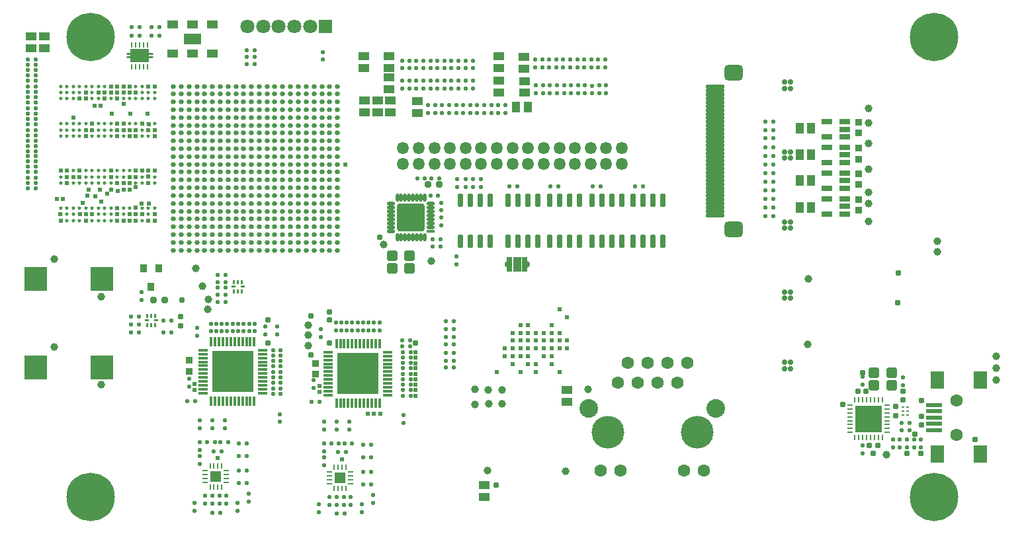
<source format=gts>
G04*
G04 #@! TF.GenerationSoftware,Altium Limited,Altium Designer,20.2.6 (244)*
G04*
G04 Layer_Color=8388736*
%FSLAX23Y23*%
%MOIN*%
G70*
G04*
G04 #@! TF.SameCoordinates,73FAD0BF-AACC-46A3-90AC-D22ED7FD95C1*
G04*
G04*
G04 #@! TF.FilePolarity,Negative*
G04*
G01*
G75*
G04:AMPARAMS|DCode=17|XSize=18mil|YSize=94mil|CornerRadius=6mil|HoleSize=0mil|Usage=FLASHONLY|Rotation=90.000|XOffset=0mil|YOffset=0mil|HoleType=Round|Shape=RoundedRectangle|*
%AMROUNDEDRECTD17*
21,1,0.018,0.081,0,0,90.0*
21,1,0.005,0.094,0,0,90.0*
1,1,0.013,0.041,0.003*
1,1,0.013,0.041,-0.003*
1,1,0.013,-0.041,-0.003*
1,1,0.013,-0.041,0.003*
%
%ADD17ROUNDEDRECTD17*%
G04:AMPARAMS|DCode=18|XSize=79mil|YSize=94mil|CornerRadius=22mil|HoleSize=0mil|Usage=FLASHONLY|Rotation=90.000|XOffset=0mil|YOffset=0mil|HoleType=Round|Shape=RoundedRectangle|*
%AMROUNDEDRECTD18*
21,1,0.079,0.051,0,0,90.0*
21,1,0.035,0.094,0,0,90.0*
1,1,0.043,0.026,0.018*
1,1,0.043,0.026,-0.018*
1,1,0.043,-0.026,-0.018*
1,1,0.043,-0.026,0.018*
%
%ADD18ROUNDEDRECTD18*%
%ADD19R,0.071X0.087*%
%ADD20R,0.079X0.020*%
G04:AMPARAMS|DCode=21|XSize=21mil|YSize=10mil|CornerRadius=1mil|HoleSize=0mil|Usage=FLASHONLY|Rotation=0.000|XOffset=0mil|YOffset=0mil|HoleType=Round|Shape=RoundedRectangle|*
%AMROUNDEDRECTD21*
21,1,0.021,0.007,0,0,0.0*
21,1,0.018,0.010,0,0,0.0*
1,1,0.003,0.009,-0.003*
1,1,0.003,-0.009,-0.003*
1,1,0.003,-0.009,0.003*
1,1,0.003,0.009,0.003*
%
%ADD21ROUNDEDRECTD21*%
G04:AMPARAMS|DCode=22|XSize=21mil|YSize=10mil|CornerRadius=1mil|HoleSize=0mil|Usage=FLASHONLY|Rotation=270.000|XOffset=0mil|YOffset=0mil|HoleType=Round|Shape=RoundedRectangle|*
%AMROUNDEDRECTD22*
21,1,0.021,0.007,0,0,270.0*
21,1,0.018,0.010,0,0,270.0*
1,1,0.003,-0.003,-0.009*
1,1,0.003,-0.003,0.009*
1,1,0.003,0.003,0.009*
1,1,0.003,0.003,-0.009*
%
%ADD22ROUNDEDRECTD22*%
%ADD23R,0.038X0.032*%
%ADD24R,0.134X0.134*%
%ADD25R,0.010X0.026*%
%ADD26R,0.026X0.010*%
G04:AMPARAMS|DCode=27|XSize=23mil|YSize=19mil|CornerRadius=5mil|HoleSize=0mil|Usage=FLASHONLY|Rotation=270.000|XOffset=0mil|YOffset=0mil|HoleType=Round|Shape=RoundedRectangle|*
%AMROUNDEDRECTD27*
21,1,0.023,0.009,0,0,270.0*
21,1,0.013,0.019,0,0,270.0*
1,1,0.009,-0.005,-0.007*
1,1,0.009,-0.005,0.007*
1,1,0.009,0.005,0.007*
1,1,0.009,0.005,-0.007*
%
%ADD27ROUNDEDRECTD27*%
G04:AMPARAMS|DCode=28|XSize=55mil|YSize=55mil|CornerRadius=16mil|HoleSize=0mil|Usage=FLASHONLY|Rotation=180.000|XOffset=0mil|YOffset=0mil|HoleType=Round|Shape=RoundedRectangle|*
%AMROUNDEDRECTD28*
21,1,0.055,0.024,0,0,180.0*
21,1,0.024,0.055,0,0,180.0*
1,1,0.032,-0.012,0.012*
1,1,0.032,0.012,0.012*
1,1,0.032,0.012,-0.012*
1,1,0.032,-0.012,-0.012*
%
%ADD28ROUNDEDRECTD28*%
G04:AMPARAMS|DCode=29|XSize=23mil|YSize=19mil|CornerRadius=5mil|HoleSize=0mil|Usage=FLASHONLY|Rotation=0.000|XOffset=0mil|YOffset=0mil|HoleType=Round|Shape=RoundedRectangle|*
%AMROUNDEDRECTD29*
21,1,0.023,0.009,0,0,0.0*
21,1,0.013,0.019,0,0,0.0*
1,1,0.009,0.007,-0.005*
1,1,0.009,-0.007,-0.005*
1,1,0.009,-0.007,0.005*
1,1,0.009,0.007,0.005*
%
%ADD29ROUNDEDRECTD29*%
%ADD30R,0.012X0.008*%
%ADD31R,0.014X0.008*%
%ADD32R,0.055X0.030*%
%ADD33R,0.043X0.055*%
%ADD34R,0.116X0.120*%
%ADD35R,0.209X0.209*%
G04:AMPARAMS|DCode=36|XSize=11mil|YSize=47mil|CornerRadius=3mil|HoleSize=0mil|Usage=FLASHONLY|Rotation=0.000|XOffset=0mil|YOffset=0mil|HoleType=Round|Shape=RoundedRectangle|*
%AMROUNDEDRECTD36*
21,1,0.011,0.042,0,0,0.0*
21,1,0.006,0.047,0,0,0.0*
1,1,0.006,0.003,-0.021*
1,1,0.006,-0.003,-0.021*
1,1,0.006,-0.003,0.021*
1,1,0.006,0.003,0.021*
%
%ADD36ROUNDEDRECTD36*%
G04:AMPARAMS|DCode=37|XSize=47mil|YSize=11mil|CornerRadius=3mil|HoleSize=0mil|Usage=FLASHONLY|Rotation=0.000|XOffset=0mil|YOffset=0mil|HoleType=Round|Shape=RoundedRectangle|*
%AMROUNDEDRECTD37*
21,1,0.047,0.006,0,0,0.0*
21,1,0.042,0.011,0,0,0.0*
1,1,0.006,0.021,-0.003*
1,1,0.006,-0.021,-0.003*
1,1,0.006,-0.021,0.003*
1,1,0.006,0.021,0.003*
%
%ADD37ROUNDEDRECTD37*%
%ADD38R,0.010X0.028*%
%ADD39R,0.028X0.010*%
%ADD40R,0.057X0.057*%
%ADD41R,0.055X0.043*%
G04:AMPARAMS|DCode=42|XSize=24mil|YSize=24mil|CornerRadius=9mil|HoleSize=0mil|Usage=FLASHONLY|Rotation=0.000|XOffset=0mil|YOffset=0mil|HoleType=Round|Shape=RoundedRectangle|*
%AMROUNDEDRECTD42*
21,1,0.024,0.005,0,0,0.0*
21,1,0.005,0.024,0,0,0.0*
1,1,0.019,0.002,-0.002*
1,1,0.019,-0.002,-0.002*
1,1,0.019,-0.002,0.002*
1,1,0.019,0.002,0.002*
%
%ADD42ROUNDEDRECTD42*%
G04:AMPARAMS|DCode=43|XSize=28mil|YSize=67mil|CornerRadius=7mil|HoleSize=0mil|Usage=FLASHONLY|Rotation=180.000|XOffset=0mil|YOffset=0mil|HoleType=Round|Shape=RoundedRectangle|*
%AMROUNDEDRECTD43*
21,1,0.028,0.053,0,0,180.0*
21,1,0.014,0.067,0,0,180.0*
1,1,0.014,-0.007,0.027*
1,1,0.014,0.007,0.027*
1,1,0.014,0.007,-0.027*
1,1,0.014,-0.007,-0.027*
%
%ADD43ROUNDEDRECTD43*%
%ADD44O,0.043X0.018*%
%ADD45O,0.018X0.043*%
G04:AMPARAMS|DCode=46|XSize=142mil|YSize=142mil|CornerRadius=17mil|HoleSize=0mil|Usage=FLASHONLY|Rotation=180.000|XOffset=0mil|YOffset=0mil|HoleType=Round|Shape=RoundedRectangle|*
%AMROUNDEDRECTD46*
21,1,0.142,0.107,0,0,180.0*
21,1,0.107,0.142,0,0,180.0*
1,1,0.035,-0.054,0.054*
1,1,0.035,0.054,0.054*
1,1,0.035,0.054,-0.054*
1,1,0.035,-0.054,-0.054*
%
%ADD46ROUNDEDRECTD46*%
%ADD47R,0.043X0.018*%
G04:AMPARAMS|DCode=48|XSize=17mil|YSize=17mil|CornerRadius=7mil|HoleSize=0mil|Usage=FLASHONLY|Rotation=270.000|XOffset=0mil|YOffset=0mil|HoleType=Round|Shape=RoundedRectangle|*
%AMROUNDEDRECTD48*
21,1,0.017,0.003,0,0,270.0*
21,1,0.003,0.017,0,0,270.0*
1,1,0.013,-0.002,-0.002*
1,1,0.013,-0.002,0.002*
1,1,0.013,0.002,0.002*
1,1,0.013,0.002,-0.002*
%
%ADD48ROUNDEDRECTD48*%
%ADD49R,0.053X0.039*%
%ADD50R,0.091X0.058*%
G04:AMPARAMS|DCode=51|XSize=24mil|YSize=10mil|CornerRadius=2mil|HoleSize=0mil|Usage=FLASHONLY|Rotation=180.000|XOffset=0mil|YOffset=0mil|HoleType=Round|Shape=RoundedRectangle|*
%AMROUNDEDRECTD51*
21,1,0.024,0.005,0,0,180.0*
21,1,0.019,0.010,0,0,180.0*
1,1,0.005,-0.009,0.002*
1,1,0.005,0.009,0.002*
1,1,0.005,0.009,-0.002*
1,1,0.005,-0.009,-0.002*
%
%ADD51ROUNDEDRECTD51*%
%ADD52R,0.094X0.065*%
G04:AMPARAMS|DCode=53|XSize=24mil|YSize=9mil|CornerRadius=2mil|HoleSize=0mil|Usage=FLASHONLY|Rotation=90.000|XOffset=0mil|YOffset=0mil|HoleType=Round|Shape=RoundedRectangle|*
%AMROUNDEDRECTD53*
21,1,0.024,0.005,0,0,90.0*
21,1,0.019,0.009,0,0,90.0*
1,1,0.005,0.002,0.009*
1,1,0.005,0.002,-0.009*
1,1,0.005,-0.002,-0.009*
1,1,0.005,-0.002,0.009*
%
%ADD53ROUNDEDRECTD53*%
G04:AMPARAMS|DCode=54|XSize=31mil|YSize=31mil|CornerRadius=8mil|HoleSize=0mil|Usage=FLASHONLY|Rotation=180.000|XOffset=0mil|YOffset=0mil|HoleType=Round|Shape=RoundedRectangle|*
%AMROUNDEDRECTD54*
21,1,0.031,0.015,0,0,180.0*
21,1,0.015,0.031,0,0,180.0*
1,1,0.015,-0.008,0.008*
1,1,0.015,0.008,0.008*
1,1,0.015,0.008,-0.008*
1,1,0.015,-0.008,-0.008*
%
%ADD54ROUNDEDRECTD54*%
%ADD55R,0.033X0.039*%
%ADD56R,0.033X0.039*%
%ADD57C,0.035*%
%ADD58R,0.030X0.078*%
%ADD59R,0.040X0.078*%
%ADD60R,0.067X0.067*%
%ADD61C,0.071*%
%ADD62C,0.063*%
%ADD63C,0.165*%
%ADD64C,0.094*%
%ADD65C,0.063*%
G04:AMPARAMS|DCode=66|XSize=59mil|YSize=59mil|CornerRadius=24mil|HoleSize=0mil|Usage=FLASHONLY|Rotation=0.000|XOffset=0mil|YOffset=0mil|HoleType=Round|Shape=RoundedRectangle|*
%AMROUNDEDRECTD66*
21,1,0.059,0.010,0,0,0.0*
21,1,0.010,0.059,0,0,0.0*
1,1,0.049,0.005,-0.005*
1,1,0.049,-0.005,-0.005*
1,1,0.049,-0.005,0.005*
1,1,0.049,0.005,0.005*
%
%ADD66ROUNDEDRECTD66*%
%ADD67C,0.039*%
%ADD68C,0.244*%
%ADD69C,0.028*%
%ADD70C,0.031*%
%ADD71C,0.024*%
D17*
X3500Y1537D02*
D03*
Y1577D02*
D03*
Y1616D02*
D03*
Y1695D02*
D03*
Y1774D02*
D03*
Y1813D02*
D03*
Y1892D02*
D03*
Y1931D02*
D03*
Y2010D02*
D03*
Y2089D02*
D03*
Y1656D02*
D03*
Y1734D02*
D03*
Y1852D02*
D03*
Y1970D02*
D03*
Y2049D02*
D03*
Y1557D02*
D03*
Y1596D02*
D03*
Y1636D02*
D03*
Y1675D02*
D03*
Y1754D02*
D03*
Y1793D02*
D03*
Y1833D02*
D03*
Y1872D02*
D03*
Y1911D02*
D03*
Y1951D02*
D03*
Y1990D02*
D03*
Y2030D02*
D03*
Y2069D02*
D03*
Y2108D02*
D03*
Y1715D02*
D03*
Y2128D02*
D03*
Y2148D02*
D03*
Y2167D02*
D03*
Y2187D02*
D03*
D18*
X3596Y2256D02*
D03*
Y1469D02*
D03*
D19*
X4838Y334D02*
D03*
Y706D02*
D03*
X4623Y707D02*
D03*
Y335D02*
D03*
D20*
X4605Y455D02*
D03*
Y487D02*
D03*
Y518D02*
D03*
Y550D02*
D03*
Y581D02*
D03*
D21*
X684Y1008D02*
D03*
X638D02*
D03*
X1075Y1177D02*
D03*
X1121D02*
D03*
D22*
X681Y985D02*
D03*
X661D02*
D03*
X642D02*
D03*
Y1031D02*
D03*
X661D02*
D03*
X681D02*
D03*
X1118Y1200D02*
D03*
X1098D02*
D03*
X1079D02*
D03*
Y1154D02*
D03*
X1098D02*
D03*
X1118D02*
D03*
D23*
X850Y750D02*
D03*
Y806D02*
D03*
X4224Y1563D02*
D03*
Y1619D02*
D03*
Y1749D02*
D03*
Y1693D02*
D03*
Y1878D02*
D03*
Y1822D02*
D03*
Y2009D02*
D03*
Y1953D02*
D03*
X1488Y736D02*
D03*
Y792D02*
D03*
D24*
X4275Y512D02*
D03*
D25*
X4206Y606D02*
D03*
X4226D02*
D03*
X4246D02*
D03*
X4265D02*
D03*
X4285D02*
D03*
X4305D02*
D03*
X4324D02*
D03*
X4344D02*
D03*
Y419D02*
D03*
X4324D02*
D03*
X4305D02*
D03*
X4285D02*
D03*
X4265D02*
D03*
X4246D02*
D03*
X4226D02*
D03*
X4206D02*
D03*
D26*
X4369Y581D02*
D03*
Y561D02*
D03*
Y542D02*
D03*
Y522D02*
D03*
Y502D02*
D03*
Y483D02*
D03*
Y463D02*
D03*
Y443D02*
D03*
X4182D02*
D03*
Y463D02*
D03*
Y483D02*
D03*
Y502D02*
D03*
Y522D02*
D03*
Y542D02*
D03*
Y561D02*
D03*
Y581D02*
D03*
D27*
X4397Y406D02*
D03*
Y367D02*
D03*
X4448Y721D02*
D03*
Y681D02*
D03*
X4244Y725D02*
D03*
Y685D02*
D03*
X961Y992D02*
D03*
Y953D02*
D03*
X988Y992D02*
D03*
Y953D02*
D03*
X1016Y992D02*
D03*
Y953D02*
D03*
X1043Y992D02*
D03*
Y953D02*
D03*
X1071Y992D02*
D03*
Y953D02*
D03*
X1098Y992D02*
D03*
Y953D02*
D03*
X906Y283D02*
D03*
Y323D02*
D03*
X1126Y992D02*
D03*
Y953D02*
D03*
X1154Y992D02*
D03*
Y953D02*
D03*
X1181Y992D02*
D03*
Y953D02*
D03*
X1039Y124D02*
D03*
Y85D02*
D03*
X1004Y124D02*
D03*
Y85D02*
D03*
X969Y124D02*
D03*
Y85D02*
D03*
X933Y124D02*
D03*
Y85D02*
D03*
X906Y354D02*
D03*
Y394D02*
D03*
X1307Y496D02*
D03*
Y535D02*
D03*
X1151Y134D02*
D03*
Y94D02*
D03*
X906Y465D02*
D03*
Y504D02*
D03*
X851Y714D02*
D03*
Y675D02*
D03*
X1094Y87D02*
D03*
Y47D02*
D03*
X1032Y504D02*
D03*
Y465D02*
D03*
X878Y87D02*
D03*
Y47D02*
D03*
X969Y504D02*
D03*
Y465D02*
D03*
X1296Y937D02*
D03*
Y976D02*
D03*
X1236Y937D02*
D03*
Y976D02*
D03*
X890Y931D02*
D03*
Y970D02*
D03*
X1591Y959D02*
D03*
Y998D02*
D03*
X1618Y959D02*
D03*
Y998D02*
D03*
X1646Y959D02*
D03*
Y998D02*
D03*
X1673Y959D02*
D03*
Y998D02*
D03*
X1701Y959D02*
D03*
Y998D02*
D03*
X1728Y959D02*
D03*
Y998D02*
D03*
X1531Y317D02*
D03*
Y278D02*
D03*
X1756Y959D02*
D03*
Y998D02*
D03*
X1783Y959D02*
D03*
Y998D02*
D03*
X1811Y959D02*
D03*
Y998D02*
D03*
X1665Y79D02*
D03*
Y118D02*
D03*
X1630Y79D02*
D03*
Y118D02*
D03*
X1594Y79D02*
D03*
Y118D02*
D03*
X1559Y79D02*
D03*
Y118D02*
D03*
X1531Y388D02*
D03*
Y348D02*
D03*
X1933Y530D02*
D03*
Y490D02*
D03*
X1777Y89D02*
D03*
Y128D02*
D03*
X1532Y459D02*
D03*
Y498D02*
D03*
X1477Y708D02*
D03*
Y669D02*
D03*
X1720Y81D02*
D03*
Y41D02*
D03*
X1658Y498D02*
D03*
Y459D02*
D03*
X1504Y81D02*
D03*
Y41D02*
D03*
X1594Y498D02*
D03*
Y459D02*
D03*
X1516Y925D02*
D03*
Y965D02*
D03*
X2917Y2154D02*
D03*
Y2193D02*
D03*
X2846Y2154D02*
D03*
Y2193D02*
D03*
X2598Y2154D02*
D03*
Y2193D02*
D03*
X2882Y2153D02*
D03*
Y2192D02*
D03*
X2953Y2154D02*
D03*
Y2193D02*
D03*
X2776Y2154D02*
D03*
Y2193D02*
D03*
X2634Y2154D02*
D03*
Y2193D02*
D03*
X2705Y2154D02*
D03*
Y2193D02*
D03*
X2811Y2154D02*
D03*
Y2193D02*
D03*
X2669Y2154D02*
D03*
Y2193D02*
D03*
X2740Y2154D02*
D03*
Y2193D02*
D03*
X2126Y2055D02*
D03*
Y2094D02*
D03*
X2055Y2055D02*
D03*
Y2094D02*
D03*
X2303Y2055D02*
D03*
Y2094D02*
D03*
X2268Y2055D02*
D03*
Y2094D02*
D03*
X2161Y2055D02*
D03*
Y2094D02*
D03*
X2445Y2055D02*
D03*
Y2094D02*
D03*
X2197Y2055D02*
D03*
Y2094D02*
D03*
X2409Y2055D02*
D03*
Y2094D02*
D03*
X2339Y2055D02*
D03*
Y2094D02*
D03*
X2232Y2055D02*
D03*
Y2094D02*
D03*
X2374Y2055D02*
D03*
Y2094D02*
D03*
X2091Y2055D02*
D03*
Y2094D02*
D03*
X2701Y2283D02*
D03*
Y2323D02*
D03*
X2913Y2283D02*
D03*
Y2323D02*
D03*
X2630Y2283D02*
D03*
Y2323D02*
D03*
X2736Y2283D02*
D03*
Y2323D02*
D03*
X2949Y2283D02*
D03*
Y2323D02*
D03*
X2665Y2283D02*
D03*
Y2323D02*
D03*
X2772Y2283D02*
D03*
Y2323D02*
D03*
X2807Y2283D02*
D03*
Y2323D02*
D03*
X2843Y2283D02*
D03*
Y2323D02*
D03*
X2878Y2283D02*
D03*
Y2323D02*
D03*
X2594Y2283D02*
D03*
Y2323D02*
D03*
X2280Y2177D02*
D03*
Y2217D02*
D03*
X2031Y2177D02*
D03*
Y2217D02*
D03*
X2173Y2177D02*
D03*
Y2217D02*
D03*
X2209Y2177D02*
D03*
Y2217D02*
D03*
X2244Y2177D02*
D03*
Y2217D02*
D03*
X2138Y2177D02*
D03*
Y2217D02*
D03*
X2102Y2177D02*
D03*
Y2217D02*
D03*
X1996Y2177D02*
D03*
Y2217D02*
D03*
X2067Y2177D02*
D03*
Y2217D02*
D03*
X1961Y2177D02*
D03*
Y2217D02*
D03*
X1925Y2177D02*
D03*
Y2217D02*
D03*
X2031Y2280D02*
D03*
Y2319D02*
D03*
X2244Y2280D02*
D03*
Y2319D02*
D03*
X2173Y2280D02*
D03*
Y2319D02*
D03*
X2138Y2280D02*
D03*
Y2319D02*
D03*
X1996Y2280D02*
D03*
Y2319D02*
D03*
X1961Y2280D02*
D03*
Y2319D02*
D03*
X1925Y2280D02*
D03*
Y2319D02*
D03*
X2067Y2280D02*
D03*
Y2319D02*
D03*
X2102Y2280D02*
D03*
Y2319D02*
D03*
X2209Y2280D02*
D03*
Y2319D02*
D03*
X2280Y2280D02*
D03*
Y2319D02*
D03*
X2201Y1681D02*
D03*
Y1720D02*
D03*
X2323Y1681D02*
D03*
Y1720D02*
D03*
X2244D02*
D03*
Y1681D02*
D03*
X2283Y1681D02*
D03*
Y1720D02*
D03*
X2197Y1331D02*
D03*
Y1291D02*
D03*
X610Y1110D02*
D03*
Y1150D02*
D03*
X4504Y366D02*
D03*
Y406D02*
D03*
X4539Y366D02*
D03*
Y406D02*
D03*
X4433Y366D02*
D03*
Y406D02*
D03*
X2122Y1528D02*
D03*
Y1488D02*
D03*
X2122Y1563D02*
D03*
Y1602D02*
D03*
X4244Y339D02*
D03*
Y378D02*
D03*
X4468Y367D02*
D03*
Y406D02*
D03*
X1524Y2323D02*
D03*
Y2362D02*
D03*
D28*
X4390Y681D02*
D03*
X4303D02*
D03*
Y744D02*
D03*
X4390D02*
D03*
X1961Y1272D02*
D03*
X1874D02*
D03*
Y1335D02*
D03*
X1961D02*
D03*
D29*
X4441Y492D02*
D03*
X4480D02*
D03*
X3756Y2012D02*
D03*
X3795D02*
D03*
Y1535D02*
D03*
X3756D02*
D03*
X3795Y1622D02*
D03*
X3756D02*
D03*
X3795Y1709D02*
D03*
X3756D02*
D03*
X3795Y1665D02*
D03*
X3756D02*
D03*
X3795Y1752D02*
D03*
X3756D02*
D03*
X3795Y1795D02*
D03*
X3756D02*
D03*
X3795Y1839D02*
D03*
X3756D02*
D03*
X3795Y1882D02*
D03*
X3756D02*
D03*
X3795Y1929D02*
D03*
X3756D02*
D03*
X3795Y1579D02*
D03*
X3756D02*
D03*
X3795Y1969D02*
D03*
X3756D02*
D03*
X996Y1138D02*
D03*
X1035D02*
D03*
X996Y1201D02*
D03*
X1035D02*
D03*
X996Y1236D02*
D03*
X1035D02*
D03*
X996Y1173D02*
D03*
X1035D02*
D03*
X996Y1102D02*
D03*
X1035D02*
D03*
X760Y1008D02*
D03*
X720D02*
D03*
X760Y949D02*
D03*
X720D02*
D03*
X2185Y772D02*
D03*
X2146D02*
D03*
X2185Y803D02*
D03*
X2146D02*
D03*
Y843D02*
D03*
X2185D02*
D03*
Y886D02*
D03*
X2146D02*
D03*
X2185Y925D02*
D03*
X2146D02*
D03*
X2185Y965D02*
D03*
X2146D02*
D03*
X2146Y1004D02*
D03*
X2185D02*
D03*
X1313Y638D02*
D03*
X1274D02*
D03*
X843Y602D02*
D03*
X882D02*
D03*
X1008Y394D02*
D03*
X1047D02*
D03*
X980D02*
D03*
X941D02*
D03*
X1313Y858D02*
D03*
X1274D02*
D03*
X1313Y831D02*
D03*
X1274D02*
D03*
X1313Y803D02*
D03*
X1274D02*
D03*
X1313Y776D02*
D03*
X1274D02*
D03*
X969Y39D02*
D03*
X1008D02*
D03*
X1313Y748D02*
D03*
X1274D02*
D03*
X1313Y720D02*
D03*
X1274D02*
D03*
X1313Y693D02*
D03*
X1274D02*
D03*
X1313Y665D02*
D03*
X1274D02*
D03*
X1103Y323D02*
D03*
X1143D02*
D03*
X1102Y187D02*
D03*
X1142D02*
D03*
X1102Y250D02*
D03*
X1142D02*
D03*
X1016Y348D02*
D03*
X976D02*
D03*
X1103Y386D02*
D03*
X1143D02*
D03*
X1927Y656D02*
D03*
X1967D02*
D03*
X1927Y628D02*
D03*
X1967D02*
D03*
X1927Y711D02*
D03*
X1967D02*
D03*
X1927Y738D02*
D03*
X1967D02*
D03*
X1927Y793D02*
D03*
X1967D02*
D03*
X1927Y821D02*
D03*
X1967D02*
D03*
X1927Y683D02*
D03*
X1967D02*
D03*
X1927Y766D02*
D03*
X1967D02*
D03*
X1927Y848D02*
D03*
X1967D02*
D03*
X1508Y596D02*
D03*
X1469D02*
D03*
X1634Y388D02*
D03*
X1673D02*
D03*
X1606Y388D02*
D03*
X1567D02*
D03*
X1634Y33D02*
D03*
X1594D02*
D03*
X1729Y317D02*
D03*
X1769D02*
D03*
X1728Y181D02*
D03*
X1768D02*
D03*
X1728Y244D02*
D03*
X1768D02*
D03*
X1602Y343D02*
D03*
X1642D02*
D03*
X1925Y878D02*
D03*
X1965D02*
D03*
X1925Y909D02*
D03*
X1965D02*
D03*
X1729Y380D02*
D03*
X1769D02*
D03*
X1142Y2301D02*
D03*
X1181D02*
D03*
X1181Y2372D02*
D03*
X1142D02*
D03*
X1142Y2337D02*
D03*
X1181D02*
D03*
X2118Y1417D02*
D03*
X2079D02*
D03*
X2118Y1382D02*
D03*
X2079D02*
D03*
X563Y2488D02*
D03*
X602D02*
D03*
X661Y2445D02*
D03*
X701D02*
D03*
X39Y1701D02*
D03*
X79D02*
D03*
X39Y2324D02*
D03*
X79D02*
D03*
X602Y2445D02*
D03*
X563D02*
D03*
X79Y2024D02*
D03*
X39D02*
D03*
X39Y1996D02*
D03*
X79D02*
D03*
X39Y1969D02*
D03*
X79D02*
D03*
X39Y2298D02*
D03*
X79D02*
D03*
X39Y2051D02*
D03*
X79D02*
D03*
X39Y1756D02*
D03*
X79D02*
D03*
X39Y2272D02*
D03*
X79D02*
D03*
Y1888D02*
D03*
X39D02*
D03*
X39Y2134D02*
D03*
X79D02*
D03*
X39Y1941D02*
D03*
X79D02*
D03*
X39Y1862D02*
D03*
X79D02*
D03*
X701Y2488D02*
D03*
X661D02*
D03*
X39Y1728D02*
D03*
X79D02*
D03*
X39Y2160D02*
D03*
X79D02*
D03*
X39Y1838D02*
D03*
X79D02*
D03*
X39Y2189D02*
D03*
X79D02*
D03*
X39Y1673D02*
D03*
X79D02*
D03*
X39Y1811D02*
D03*
X79D02*
D03*
Y2217D02*
D03*
X39D02*
D03*
X79Y1783D02*
D03*
X39D02*
D03*
Y2244D02*
D03*
X79D02*
D03*
X39Y2106D02*
D03*
X79D02*
D03*
X39Y1915D02*
D03*
X79D02*
D03*
X39Y2079D02*
D03*
X79D02*
D03*
X3098Y1685D02*
D03*
X3138D02*
D03*
X2673Y1685D02*
D03*
X2713D02*
D03*
X2886Y1685D02*
D03*
X2925D02*
D03*
X2465Y1685D02*
D03*
X2504D02*
D03*
X598Y949D02*
D03*
X559D02*
D03*
X598Y988D02*
D03*
X559D02*
D03*
X598Y1028D02*
D03*
X559D02*
D03*
X2000Y1724D02*
D03*
X2039D02*
D03*
X2067Y1638D02*
D03*
X2106D02*
D03*
X2110Y1724D02*
D03*
X2071D02*
D03*
X4441Y453D02*
D03*
X4480D02*
D03*
D30*
X4448Y532D02*
D03*
Y552D02*
D03*
Y571D02*
D03*
X4472D02*
D03*
Y552D02*
D03*
D31*
X4471Y532D02*
D03*
D32*
X4154Y1935D02*
D03*
Y1972D02*
D03*
Y2010D02*
D03*
X4065D02*
D03*
Y1935D02*
D03*
X4154Y1675D02*
D03*
Y1713D02*
D03*
Y1750D02*
D03*
X4065D02*
D03*
Y1675D02*
D03*
X4065Y1545D02*
D03*
Y1620D02*
D03*
X4154D02*
D03*
Y1583D02*
D03*
Y1545D02*
D03*
X4154Y1805D02*
D03*
Y1843D02*
D03*
Y1880D02*
D03*
X4065D02*
D03*
Y1805D02*
D03*
D33*
X3927Y1976D02*
D03*
X3986D02*
D03*
X3927Y1843D02*
D03*
X3986D02*
D03*
X3927Y1579D02*
D03*
X3986D02*
D03*
Y1713D02*
D03*
X3927D02*
D03*
X2498Y2083D02*
D03*
X2557D02*
D03*
D34*
X79Y772D02*
D03*
X413D02*
D03*
Y1217D02*
D03*
X79D02*
D03*
D35*
X1071Y750D02*
D03*
X1702Y740D02*
D03*
D36*
X1002Y600D02*
D03*
X1022D02*
D03*
X1041D02*
D03*
X982D02*
D03*
X1179D02*
D03*
X1140D02*
D03*
X1061D02*
D03*
X1081D02*
D03*
X1159D02*
D03*
X1100D02*
D03*
X1120D02*
D03*
X963D02*
D03*
X1179Y900D02*
D03*
X982D02*
D03*
X1159D02*
D03*
X963D02*
D03*
X1061D02*
D03*
X1041D02*
D03*
X1022D02*
D03*
X1002D02*
D03*
X1140D02*
D03*
X1120D02*
D03*
X1100D02*
D03*
X1081D02*
D03*
X1633Y591D02*
D03*
X1653D02*
D03*
X1673D02*
D03*
X1614D02*
D03*
X1811D02*
D03*
X1771D02*
D03*
X1692D02*
D03*
X1712D02*
D03*
X1791D02*
D03*
X1732D02*
D03*
X1752D02*
D03*
X1594D02*
D03*
X1811Y890D02*
D03*
X1614D02*
D03*
X1791D02*
D03*
X1594D02*
D03*
X1692D02*
D03*
X1673D02*
D03*
X1653D02*
D03*
X1633D02*
D03*
X1771D02*
D03*
X1752D02*
D03*
X1732D02*
D03*
X1712D02*
D03*
D37*
X921Y701D02*
D03*
Y720D02*
D03*
Y799D02*
D03*
Y681D02*
D03*
Y760D02*
D03*
Y858D02*
D03*
Y661D02*
D03*
Y839D02*
D03*
Y819D02*
D03*
Y780D02*
D03*
Y740D02*
D03*
Y642D02*
D03*
X1220D02*
D03*
Y720D02*
D03*
Y780D02*
D03*
Y760D02*
D03*
Y799D02*
D03*
Y740D02*
D03*
Y701D02*
D03*
Y661D02*
D03*
Y681D02*
D03*
Y819D02*
D03*
Y858D02*
D03*
Y839D02*
D03*
X1553Y691D02*
D03*
Y711D02*
D03*
Y789D02*
D03*
Y671D02*
D03*
Y750D02*
D03*
Y848D02*
D03*
Y652D02*
D03*
Y829D02*
D03*
Y809D02*
D03*
Y770D02*
D03*
Y730D02*
D03*
Y632D02*
D03*
X1852D02*
D03*
Y711D02*
D03*
Y770D02*
D03*
Y750D02*
D03*
Y789D02*
D03*
Y730D02*
D03*
Y691D02*
D03*
Y652D02*
D03*
Y671D02*
D03*
Y809D02*
D03*
Y848D02*
D03*
Y829D02*
D03*
D38*
X957Y167D02*
D03*
X976D02*
D03*
X996D02*
D03*
X1016D02*
D03*
Y273D02*
D03*
X996D02*
D03*
X976D02*
D03*
X957D02*
D03*
X1583Y161D02*
D03*
X1602D02*
D03*
X1622D02*
D03*
X1642D02*
D03*
Y267D02*
D03*
X1622D02*
D03*
X1602D02*
D03*
X1583D02*
D03*
D39*
X1039Y191D02*
D03*
Y210D02*
D03*
Y230D02*
D03*
Y250D02*
D03*
X933D02*
D03*
Y230D02*
D03*
Y210D02*
D03*
Y191D02*
D03*
X1665Y185D02*
D03*
Y205D02*
D03*
Y224D02*
D03*
Y244D02*
D03*
X1559D02*
D03*
Y224D02*
D03*
Y205D02*
D03*
Y185D02*
D03*
D40*
X986Y220D02*
D03*
X1612Y214D02*
D03*
D41*
X55Y2382D02*
D03*
Y2441D02*
D03*
X122Y2441D02*
D03*
Y2382D02*
D03*
X2543Y2156D02*
D03*
Y2215D02*
D03*
X2000Y2055D02*
D03*
Y2114D02*
D03*
X2413Y2217D02*
D03*
Y2157D02*
D03*
X1803Y2057D02*
D03*
Y2116D02*
D03*
X2413Y2281D02*
D03*
Y2341D02*
D03*
X2756Y657D02*
D03*
Y598D02*
D03*
X1866Y2057D02*
D03*
Y2116D02*
D03*
X2539Y2278D02*
D03*
Y2337D02*
D03*
X1858Y2175D02*
D03*
Y2234D02*
D03*
X1858Y2281D02*
D03*
Y2341D02*
D03*
X1732Y2341D02*
D03*
Y2281D02*
D03*
X1736Y2116D02*
D03*
Y2057D02*
D03*
X2337Y118D02*
D03*
Y177D02*
D03*
D42*
X1244Y1717D02*
D03*
X1283D02*
D03*
X1323Y1677D02*
D03*
X1362Y1638D02*
D03*
X1441Y1402D02*
D03*
X1480D02*
D03*
X1520D02*
D03*
X1559D02*
D03*
X1441Y1362D02*
D03*
X1520D02*
D03*
X1559D02*
D03*
X1598D02*
D03*
X1362Y1835D02*
D03*
X1323Y1756D02*
D03*
X1362D02*
D03*
X1402D02*
D03*
Y1717D02*
D03*
X1283Y1677D02*
D03*
X1402D02*
D03*
X1480D02*
D03*
X1520D02*
D03*
X1559D02*
D03*
X1598D02*
D03*
X1283Y1638D02*
D03*
X1441D02*
D03*
X1480D02*
D03*
X1559D02*
D03*
X1598D02*
D03*
X1441Y1598D02*
D03*
X1480D02*
D03*
X1520D02*
D03*
X1559D02*
D03*
X1402Y1559D02*
D03*
X1441D02*
D03*
X1520D02*
D03*
X1559D02*
D03*
X1598D02*
D03*
X1402Y1520D02*
D03*
X1441D02*
D03*
X1480D02*
D03*
X1520D02*
D03*
X1598D02*
D03*
X1402Y1480D02*
D03*
X1480D02*
D03*
X1520D02*
D03*
X1559D02*
D03*
X1598D02*
D03*
X1441Y1441D02*
D03*
X1480D02*
D03*
X1559D02*
D03*
X1598D02*
D03*
X772Y2189D02*
D03*
X811D02*
D03*
X850D02*
D03*
X890D02*
D03*
X929D02*
D03*
X969D02*
D03*
X1008D02*
D03*
X1047D02*
D03*
X1087D02*
D03*
X1126D02*
D03*
X1165D02*
D03*
X1205D02*
D03*
X1244D02*
D03*
X1283D02*
D03*
X1323D02*
D03*
X1362D02*
D03*
X1402D02*
D03*
X1441D02*
D03*
X1480D02*
D03*
X1520D02*
D03*
X1559D02*
D03*
X1598D02*
D03*
X772Y2150D02*
D03*
X811D02*
D03*
X850D02*
D03*
X890D02*
D03*
X929D02*
D03*
X969D02*
D03*
X1008D02*
D03*
X1047D02*
D03*
X1087D02*
D03*
X1126D02*
D03*
X1165D02*
D03*
X1205D02*
D03*
X1244D02*
D03*
X1283D02*
D03*
X1323D02*
D03*
X1362D02*
D03*
X1402D02*
D03*
X1441D02*
D03*
X1480D02*
D03*
X1520D02*
D03*
X1559D02*
D03*
X1598D02*
D03*
X772Y2110D02*
D03*
X811D02*
D03*
X850D02*
D03*
X890D02*
D03*
X929D02*
D03*
X969D02*
D03*
X1008D02*
D03*
X1047D02*
D03*
X1087D02*
D03*
X1126D02*
D03*
X1165D02*
D03*
X1205D02*
D03*
X1244D02*
D03*
X1283D02*
D03*
X1323D02*
D03*
X1362D02*
D03*
X1402D02*
D03*
X1441D02*
D03*
X1480D02*
D03*
X1520D02*
D03*
X1559D02*
D03*
X1598D02*
D03*
X772Y2071D02*
D03*
X811D02*
D03*
X850D02*
D03*
X890D02*
D03*
X929D02*
D03*
X969D02*
D03*
X1008D02*
D03*
X1047D02*
D03*
X1087D02*
D03*
X1126D02*
D03*
X1165D02*
D03*
X1205D02*
D03*
X1244D02*
D03*
X1283D02*
D03*
X1323D02*
D03*
X1362D02*
D03*
X1402D02*
D03*
X1441D02*
D03*
X1480D02*
D03*
X1520D02*
D03*
X1559D02*
D03*
X1598D02*
D03*
X772Y2031D02*
D03*
X811D02*
D03*
X850D02*
D03*
X890D02*
D03*
X929D02*
D03*
X969D02*
D03*
X1008D02*
D03*
X1047D02*
D03*
X1087D02*
D03*
X1126D02*
D03*
X1165D02*
D03*
X1205D02*
D03*
X1244D02*
D03*
X1283D02*
D03*
X1323D02*
D03*
X1362D02*
D03*
X1402D02*
D03*
X1441D02*
D03*
X1480D02*
D03*
X1520D02*
D03*
X1559D02*
D03*
X1598D02*
D03*
X772Y1992D02*
D03*
X811D02*
D03*
X850D02*
D03*
X890D02*
D03*
X929D02*
D03*
X969D02*
D03*
X1008D02*
D03*
X1047D02*
D03*
X1087D02*
D03*
X1126D02*
D03*
X1165D02*
D03*
X1205D02*
D03*
X1244D02*
D03*
X1283D02*
D03*
X1323D02*
D03*
X1362D02*
D03*
X1402D02*
D03*
X1441D02*
D03*
X1480D02*
D03*
X1520D02*
D03*
X1559D02*
D03*
X1598D02*
D03*
X772Y1953D02*
D03*
X811D02*
D03*
X850D02*
D03*
X890D02*
D03*
X929D02*
D03*
X969D02*
D03*
X1008D02*
D03*
X1047D02*
D03*
X1087D02*
D03*
X1126D02*
D03*
X1165D02*
D03*
X1205D02*
D03*
X1244D02*
D03*
X1283D02*
D03*
X1323D02*
D03*
X1362D02*
D03*
X1402D02*
D03*
X1441D02*
D03*
X1480D02*
D03*
X1520D02*
D03*
X1559D02*
D03*
X1598D02*
D03*
X772Y1913D02*
D03*
X811D02*
D03*
X850D02*
D03*
X890D02*
D03*
X929D02*
D03*
X969D02*
D03*
X1008D02*
D03*
X1047D02*
D03*
X1087D02*
D03*
X1126D02*
D03*
X1165D02*
D03*
X1205D02*
D03*
X1244D02*
D03*
X1283D02*
D03*
X1323D02*
D03*
X1362D02*
D03*
X1402D02*
D03*
X1441D02*
D03*
X1480D02*
D03*
X1520D02*
D03*
X1559D02*
D03*
X1598D02*
D03*
X772Y1874D02*
D03*
X811D02*
D03*
X850D02*
D03*
X890D02*
D03*
X929D02*
D03*
X969D02*
D03*
X1008D02*
D03*
X1047D02*
D03*
X1087D02*
D03*
X1126D02*
D03*
X1165D02*
D03*
X1205D02*
D03*
X1244D02*
D03*
X1283D02*
D03*
X1323D02*
D03*
X1362D02*
D03*
X1402D02*
D03*
X1441D02*
D03*
X1480D02*
D03*
X1520D02*
D03*
X1559D02*
D03*
X1598D02*
D03*
X772Y1835D02*
D03*
X811D02*
D03*
X850D02*
D03*
X890D02*
D03*
X929D02*
D03*
X969D02*
D03*
X1008D02*
D03*
X1047D02*
D03*
X1087D02*
D03*
X1126D02*
D03*
X1165D02*
D03*
X1205D02*
D03*
X1244D02*
D03*
X1283D02*
D03*
X1323D02*
D03*
X1402D02*
D03*
X1441D02*
D03*
X1480D02*
D03*
X1520D02*
D03*
X1559D02*
D03*
X1598D02*
D03*
X772Y1795D02*
D03*
X811D02*
D03*
X850D02*
D03*
X890D02*
D03*
X929D02*
D03*
X969D02*
D03*
X1008D02*
D03*
X1047D02*
D03*
X1087D02*
D03*
X1126D02*
D03*
X1165D02*
D03*
X1205D02*
D03*
X1244D02*
D03*
X1283D02*
D03*
X1323D02*
D03*
X1362D02*
D03*
X1402D02*
D03*
X1441D02*
D03*
X1480D02*
D03*
X1520D02*
D03*
X1559D02*
D03*
X1598D02*
D03*
X772Y1756D02*
D03*
X811D02*
D03*
X850D02*
D03*
X890D02*
D03*
X929D02*
D03*
X969D02*
D03*
X1008D02*
D03*
X1047D02*
D03*
X1087D02*
D03*
X1126D02*
D03*
X1165D02*
D03*
X1205D02*
D03*
X1244D02*
D03*
X1283D02*
D03*
X1441D02*
D03*
X1480D02*
D03*
X1520D02*
D03*
X1559D02*
D03*
X1598D02*
D03*
X772Y1717D02*
D03*
X811D02*
D03*
X850D02*
D03*
X890D02*
D03*
X929D02*
D03*
X969D02*
D03*
X1008D02*
D03*
X1047D02*
D03*
X1087D02*
D03*
X1126D02*
D03*
X1165D02*
D03*
X1205D02*
D03*
X1323D02*
D03*
X1362D02*
D03*
X1441D02*
D03*
X1480D02*
D03*
X1520D02*
D03*
X1559D02*
D03*
X1598D02*
D03*
X772Y1677D02*
D03*
X811D02*
D03*
X850D02*
D03*
X890D02*
D03*
X929D02*
D03*
X969D02*
D03*
X1008D02*
D03*
X1047D02*
D03*
X1087D02*
D03*
X1126D02*
D03*
X1165D02*
D03*
X1205D02*
D03*
X1244D02*
D03*
X1362D02*
D03*
X1441D02*
D03*
X772Y1638D02*
D03*
X811D02*
D03*
X850D02*
D03*
X890D02*
D03*
X929D02*
D03*
X969D02*
D03*
X1008D02*
D03*
X1047D02*
D03*
X1087D02*
D03*
X1126D02*
D03*
X1165D02*
D03*
X1205D02*
D03*
X1244D02*
D03*
X1323D02*
D03*
X1402D02*
D03*
X1520D02*
D03*
X772Y1598D02*
D03*
X811D02*
D03*
X850D02*
D03*
X890D02*
D03*
X929D02*
D03*
X969D02*
D03*
X1008D02*
D03*
X1047D02*
D03*
X1087D02*
D03*
X1126D02*
D03*
X1165D02*
D03*
X1205D02*
D03*
X1244D02*
D03*
X1283D02*
D03*
X1323D02*
D03*
X1362D02*
D03*
X1402D02*
D03*
X1598D02*
D03*
X772Y1559D02*
D03*
X811D02*
D03*
X850D02*
D03*
X890D02*
D03*
X929D02*
D03*
X969D02*
D03*
X1008D02*
D03*
X1047D02*
D03*
X1087D02*
D03*
X1126D02*
D03*
X1165D02*
D03*
X1205D02*
D03*
X1244D02*
D03*
X1283D02*
D03*
X1323D02*
D03*
X1362D02*
D03*
X1480D02*
D03*
X772Y1520D02*
D03*
X811D02*
D03*
X850D02*
D03*
X890D02*
D03*
X929D02*
D03*
X969D02*
D03*
X1008D02*
D03*
X1047D02*
D03*
X1087D02*
D03*
X1126D02*
D03*
X1165D02*
D03*
X1205D02*
D03*
X1244D02*
D03*
X1283D02*
D03*
X1323D02*
D03*
X1362D02*
D03*
X1559D02*
D03*
X772Y1480D02*
D03*
X811D02*
D03*
X850D02*
D03*
X890D02*
D03*
X929D02*
D03*
X969D02*
D03*
X1008D02*
D03*
X1047D02*
D03*
X1087D02*
D03*
X1126D02*
D03*
X1165D02*
D03*
X1205D02*
D03*
X1244D02*
D03*
X1283D02*
D03*
X1323D02*
D03*
X1362D02*
D03*
X1441D02*
D03*
X772Y1441D02*
D03*
X811D02*
D03*
X850D02*
D03*
X890D02*
D03*
X929D02*
D03*
X969D02*
D03*
X1008D02*
D03*
X1047D02*
D03*
X1087D02*
D03*
X1126D02*
D03*
X1165D02*
D03*
X1205D02*
D03*
X1244D02*
D03*
X1283D02*
D03*
X1323D02*
D03*
X1362D02*
D03*
X1402D02*
D03*
X1520D02*
D03*
X772Y1402D02*
D03*
X811D02*
D03*
X850D02*
D03*
X890D02*
D03*
X929D02*
D03*
X969D02*
D03*
X1008D02*
D03*
X1047D02*
D03*
X1087D02*
D03*
X1126D02*
D03*
X1165D02*
D03*
X1205D02*
D03*
X1244D02*
D03*
X1283D02*
D03*
X1323D02*
D03*
X1362D02*
D03*
X1402D02*
D03*
X1598D02*
D03*
X772Y1362D02*
D03*
X811D02*
D03*
X850D02*
D03*
X890D02*
D03*
X929D02*
D03*
X969D02*
D03*
X1008D02*
D03*
X1047D02*
D03*
X1087D02*
D03*
X1126D02*
D03*
X1165D02*
D03*
X1205D02*
D03*
X1244D02*
D03*
X1283D02*
D03*
X1323D02*
D03*
X1362D02*
D03*
X1402D02*
D03*
X1480D02*
D03*
D43*
X2368Y1614D02*
D03*
X2318D02*
D03*
X2268D02*
D03*
X2218D02*
D03*
X2368Y1409D02*
D03*
X2318D02*
D03*
X2268D02*
D03*
X2218D02*
D03*
X2459Y1409D02*
D03*
X2509D02*
D03*
X2559D02*
D03*
X2609D02*
D03*
X2459Y1614D02*
D03*
X2509D02*
D03*
X2559D02*
D03*
X2609D02*
D03*
X3239D02*
D03*
X3189D02*
D03*
X3139D02*
D03*
X3089D02*
D03*
X3239Y1409D02*
D03*
X3189D02*
D03*
X3139D02*
D03*
X3089D02*
D03*
X2818Y1614D02*
D03*
X2768D02*
D03*
X2718D02*
D03*
X2668D02*
D03*
X2818Y1409D02*
D03*
X2768D02*
D03*
X2718D02*
D03*
X2668D02*
D03*
X3030Y1614D02*
D03*
X2980D02*
D03*
X2930D02*
D03*
X2880D02*
D03*
X3030Y1409D02*
D03*
X2980D02*
D03*
X2930D02*
D03*
X2880D02*
D03*
D44*
X1868Y1596D02*
D03*
X2069D02*
D03*
X1868Y1459D02*
D03*
Y1478D02*
D03*
Y1498D02*
D03*
Y1518D02*
D03*
Y1537D02*
D03*
Y1557D02*
D03*
Y1577D02*
D03*
X2069D02*
D03*
Y1557D02*
D03*
Y1537D02*
D03*
Y1518D02*
D03*
Y1498D02*
D03*
Y1478D02*
D03*
D45*
X1900Y1628D02*
D03*
Y1427D02*
D03*
X2037D02*
D03*
X2018D02*
D03*
X1998D02*
D03*
X1978D02*
D03*
X1959D02*
D03*
X1939D02*
D03*
X1919D02*
D03*
Y1628D02*
D03*
X1939D02*
D03*
X1959D02*
D03*
X1978D02*
D03*
X1998D02*
D03*
X2018D02*
D03*
X2037D02*
D03*
D46*
X1969Y1528D02*
D03*
D47*
X2069Y1459D02*
D03*
D48*
X677Y1764D02*
D03*
Y1732D02*
D03*
Y1701D02*
D03*
Y1575D02*
D03*
Y1543D02*
D03*
Y1512D02*
D03*
X646Y1764D02*
D03*
Y1732D02*
D03*
Y1701D02*
D03*
Y1575D02*
D03*
Y1543D02*
D03*
Y1512D02*
D03*
X614Y1764D02*
D03*
Y1732D02*
D03*
Y1701D02*
D03*
Y1575D02*
D03*
Y1543D02*
D03*
Y1512D02*
D03*
X583Y1764D02*
D03*
Y1732D02*
D03*
Y1701D02*
D03*
Y1575D02*
D03*
Y1543D02*
D03*
Y1512D02*
D03*
X551Y1764D02*
D03*
Y1732D02*
D03*
Y1701D02*
D03*
Y1575D02*
D03*
Y1543D02*
D03*
Y1512D02*
D03*
X520Y1764D02*
D03*
Y1732D02*
D03*
Y1701D02*
D03*
Y1575D02*
D03*
Y1543D02*
D03*
Y1512D02*
D03*
X488Y1764D02*
D03*
Y1732D02*
D03*
Y1701D02*
D03*
Y1575D02*
D03*
Y1543D02*
D03*
Y1512D02*
D03*
X457Y1764D02*
D03*
Y1732D02*
D03*
Y1701D02*
D03*
Y1575D02*
D03*
Y1543D02*
D03*
Y1512D02*
D03*
X425Y1764D02*
D03*
Y1732D02*
D03*
Y1701D02*
D03*
Y1575D02*
D03*
Y1543D02*
D03*
Y1512D02*
D03*
X394Y1764D02*
D03*
Y1732D02*
D03*
Y1701D02*
D03*
Y1575D02*
D03*
Y1543D02*
D03*
Y1512D02*
D03*
X362Y1764D02*
D03*
Y1732D02*
D03*
Y1701D02*
D03*
Y1575D02*
D03*
Y1543D02*
D03*
Y1512D02*
D03*
X331Y1764D02*
D03*
Y1732D02*
D03*
Y1701D02*
D03*
Y1575D02*
D03*
Y1543D02*
D03*
Y1512D02*
D03*
X299Y1764D02*
D03*
Y1732D02*
D03*
Y1701D02*
D03*
Y1575D02*
D03*
Y1543D02*
D03*
Y1512D02*
D03*
X268Y1764D02*
D03*
Y1732D02*
D03*
Y1701D02*
D03*
Y1575D02*
D03*
Y1543D02*
D03*
Y1512D02*
D03*
X236Y1764D02*
D03*
Y1732D02*
D03*
Y1701D02*
D03*
Y1575D02*
D03*
Y1543D02*
D03*
Y1512D02*
D03*
X205Y1764D02*
D03*
Y1732D02*
D03*
Y1701D02*
D03*
Y1575D02*
D03*
Y1543D02*
D03*
Y1512D02*
D03*
X205Y1937D02*
D03*
Y1969D02*
D03*
Y2000D02*
D03*
Y2126D02*
D03*
Y2157D02*
D03*
Y2189D02*
D03*
X236Y1937D02*
D03*
Y1969D02*
D03*
Y2000D02*
D03*
Y2126D02*
D03*
Y2157D02*
D03*
Y2189D02*
D03*
X268Y1937D02*
D03*
Y1969D02*
D03*
Y2000D02*
D03*
Y2126D02*
D03*
Y2157D02*
D03*
Y2189D02*
D03*
X299Y1937D02*
D03*
Y1969D02*
D03*
Y2000D02*
D03*
Y2126D02*
D03*
Y2157D02*
D03*
Y2189D02*
D03*
X331Y1937D02*
D03*
Y1969D02*
D03*
Y2000D02*
D03*
Y2126D02*
D03*
Y2157D02*
D03*
Y2189D02*
D03*
X362Y1937D02*
D03*
Y1969D02*
D03*
Y2000D02*
D03*
Y2126D02*
D03*
Y2157D02*
D03*
Y2189D02*
D03*
X394Y1937D02*
D03*
Y1969D02*
D03*
Y2000D02*
D03*
Y2126D02*
D03*
Y2157D02*
D03*
Y2189D02*
D03*
X425Y1937D02*
D03*
Y1969D02*
D03*
Y2000D02*
D03*
Y2126D02*
D03*
Y2157D02*
D03*
Y2189D02*
D03*
X457Y1937D02*
D03*
Y1969D02*
D03*
Y2000D02*
D03*
Y2126D02*
D03*
Y2157D02*
D03*
Y2189D02*
D03*
X488Y1937D02*
D03*
Y1969D02*
D03*
Y2000D02*
D03*
Y2126D02*
D03*
Y2157D02*
D03*
Y2189D02*
D03*
X520Y1937D02*
D03*
Y1969D02*
D03*
Y2000D02*
D03*
Y2126D02*
D03*
Y2157D02*
D03*
Y2189D02*
D03*
X551Y1937D02*
D03*
Y1969D02*
D03*
Y2000D02*
D03*
Y2126D02*
D03*
Y2157D02*
D03*
Y2189D02*
D03*
X583Y1937D02*
D03*
Y1969D02*
D03*
Y2000D02*
D03*
Y2126D02*
D03*
Y2157D02*
D03*
Y2189D02*
D03*
X614Y1937D02*
D03*
Y1969D02*
D03*
Y2000D02*
D03*
Y2126D02*
D03*
Y2157D02*
D03*
Y2189D02*
D03*
X646Y1937D02*
D03*
Y1969D02*
D03*
Y2000D02*
D03*
Y2126D02*
D03*
Y2157D02*
D03*
Y2189D02*
D03*
X677Y1937D02*
D03*
Y1969D02*
D03*
Y2000D02*
D03*
Y2126D02*
D03*
Y2157D02*
D03*
Y2189D02*
D03*
D49*
X969Y2500D02*
D03*
X869D02*
D03*
X769D02*
D03*
Y2354D02*
D03*
X869D02*
D03*
X969D02*
D03*
D50*
X869Y2427D02*
D03*
D51*
X547Y2333D02*
D03*
Y2352D02*
D03*
X657D02*
D03*
Y2333D02*
D03*
D52*
X602Y2343D02*
D03*
D53*
X563Y2398D02*
D03*
X583D02*
D03*
X602D02*
D03*
X622D02*
D03*
X642D02*
D03*
Y2287D02*
D03*
X622D02*
D03*
X602D02*
D03*
X583D02*
D03*
X563D02*
D03*
D54*
X673Y1110D02*
D03*
X728D02*
D03*
X2055Y1693D02*
D03*
X2110D02*
D03*
D55*
X659Y1177D02*
D03*
X697Y1272D02*
D03*
D56*
X622D02*
D03*
D57*
X2457Y1291D02*
D03*
X2551D02*
D03*
X2006Y1565D02*
D03*
Y1526D02*
D03*
Y1486D02*
D03*
X1966Y1565D02*
D03*
Y1526D02*
D03*
Y1486D02*
D03*
X1927D02*
D03*
Y1526D02*
D03*
Y1565D02*
D03*
D58*
X2466Y1291D02*
D03*
X2542D02*
D03*
D59*
X2504D02*
D03*
D60*
X1539Y2492D02*
D03*
D61*
X1461D02*
D03*
X1224D02*
D03*
X1303D02*
D03*
X1382D02*
D03*
X1146D02*
D03*
D62*
X3024Y252D02*
D03*
X3310Y695D02*
D03*
X3210D02*
D03*
X3010D02*
D03*
X3060Y795D02*
D03*
X3110Y695D02*
D03*
X3160Y795D02*
D03*
X3260D02*
D03*
X3346Y252D02*
D03*
X2924D02*
D03*
X3360Y795D02*
D03*
X3446Y252D02*
D03*
D63*
X2960Y445D02*
D03*
X3410D02*
D03*
D64*
X3506Y565D02*
D03*
X2864D02*
D03*
D65*
X4719Y431D02*
D03*
Y605D02*
D03*
D66*
X3031Y1799D02*
D03*
Y1878D02*
D03*
X1929Y1799D02*
D03*
X2008D02*
D03*
X2087D02*
D03*
X2165D02*
D03*
X2244D02*
D03*
X2323D02*
D03*
X1929Y1878D02*
D03*
X2008D02*
D03*
X2087D02*
D03*
X2165D02*
D03*
X2244D02*
D03*
X2323D02*
D03*
X2402Y1799D02*
D03*
X2480D02*
D03*
X2559D02*
D03*
X2638D02*
D03*
X2402Y1878D02*
D03*
X2480D02*
D03*
X2559D02*
D03*
X2638D02*
D03*
X2717Y1799D02*
D03*
X2795D02*
D03*
X2874D02*
D03*
X2953D02*
D03*
X2717Y1878D02*
D03*
X2795D02*
D03*
X2874D02*
D03*
X2953D02*
D03*
D67*
X4276Y2004D02*
D03*
Y2079D02*
D03*
X3969Y886D02*
D03*
X4917Y709D02*
D03*
X4276Y1598D02*
D03*
X3972Y1217D02*
D03*
X409Y685D02*
D03*
X173Y874D02*
D03*
X409Y1126D02*
D03*
X173Y1319D02*
D03*
X2291Y583D02*
D03*
X2429Y657D02*
D03*
X2291Y661D02*
D03*
X2862Y661D02*
D03*
X2358Y657D02*
D03*
X2362Y587D02*
D03*
X2429D02*
D03*
X4276Y1902D02*
D03*
Y1772D02*
D03*
Y1654D02*
D03*
Y1508D02*
D03*
X886Y1272D02*
D03*
X2354Y252D02*
D03*
X2748Y248D02*
D03*
X1453Y984D02*
D03*
Y933D02*
D03*
X1453Y882D02*
D03*
X917Y1181D02*
D03*
X949Y1114D02*
D03*
X945Y1063D02*
D03*
X4366Y331D02*
D03*
X4917Y827D02*
D03*
Y768D02*
D03*
X4622Y1354D02*
D03*
X2071Y1307D02*
D03*
X1831Y1390D02*
D03*
X4622Y1409D02*
D03*
X4606Y2530D02*
D03*
Y2352D02*
D03*
X4518Y2441D02*
D03*
X4695D02*
D03*
X4547Y2372D02*
D03*
X4675Y2382D02*
D03*
X4547Y2510D02*
D03*
X4675Y2500D02*
D03*
Y177D02*
D03*
X4547Y187D02*
D03*
X4675Y59D02*
D03*
X4547Y49D02*
D03*
X4695Y118D02*
D03*
X4518D02*
D03*
X4606Y30D02*
D03*
Y207D02*
D03*
X354D02*
D03*
Y30D02*
D03*
X266Y118D02*
D03*
X443D02*
D03*
X295Y49D02*
D03*
X423Y59D02*
D03*
X295Y187D02*
D03*
X423Y177D02*
D03*
Y2500D02*
D03*
X295Y2510D02*
D03*
X423Y2382D02*
D03*
X295Y2372D02*
D03*
X443Y2441D02*
D03*
X266D02*
D03*
X354Y2352D02*
D03*
Y2530D02*
D03*
D68*
X4606Y2439D02*
D03*
Y117D02*
D03*
X354D02*
D03*
Y2439D02*
D03*
D69*
X3850Y765D02*
D03*
Y797D02*
D03*
X3882D02*
D03*
Y765D02*
D03*
X3850Y2179D02*
D03*
Y2210D02*
D03*
X3882D02*
D03*
Y2179D02*
D03*
X3850Y1826D02*
D03*
Y1858D02*
D03*
X3882D02*
D03*
Y1826D02*
D03*
X3882Y1474D02*
D03*
Y1505D02*
D03*
X3850D02*
D03*
Y1474D02*
D03*
X3882Y1120D02*
D03*
Y1151D02*
D03*
X3850D02*
D03*
Y1120D02*
D03*
D70*
X4220Y650D02*
D03*
X4146Y583D02*
D03*
X4413Y528D02*
D03*
X4260Y650D02*
D03*
X4322Y502D02*
D03*
X4279Y378D02*
D03*
X4322Y559D02*
D03*
X4232Y524D02*
D03*
X4413Y575D02*
D03*
X4320Y379D02*
D03*
X4244Y744D02*
D03*
X4543Y604D02*
D03*
X4811Y406D02*
D03*
X4299Y339D02*
D03*
X4508Y433D02*
D03*
X4469Y339D02*
D03*
X4539Y339D02*
D03*
X4543Y481D02*
D03*
X4543Y524D02*
D03*
X4448Y607D02*
D03*
Y650D02*
D03*
X4425Y1248D02*
D03*
X4421Y1098D02*
D03*
X2398Y177D02*
D03*
X807Y980D02*
D03*
Y1028D02*
D03*
X815Y1110D02*
D03*
X1559Y1051D02*
D03*
X1811Y1429D02*
D03*
X1248Y1012D02*
D03*
X1249Y893D02*
D03*
X1465Y835D02*
D03*
Y1031D02*
D03*
X1558Y1012D02*
D03*
Y894D02*
D03*
X1992Y894D02*
D03*
D71*
X878Y687D02*
D03*
X1752Y539D02*
D03*
X1783Y539D02*
D03*
X969Y1402D02*
D03*
Y1362D02*
D03*
X1441Y1913D02*
D03*
Y1717D02*
D03*
X1480Y1717D02*
D03*
X1441Y1756D02*
D03*
X1520Y1795D02*
D03*
X1480D02*
D03*
X1402Y1874D02*
D03*
X1441Y1795D02*
D03*
X1480Y1835D02*
D03*
X1441Y1835D02*
D03*
X1402D02*
D03*
X1638Y1795D02*
D03*
X1480Y1874D02*
D03*
X1520Y1835D02*
D03*
Y1874D02*
D03*
X2677Y984D02*
D03*
X2559D02*
D03*
X2520D02*
D03*
X2441Y866D02*
D03*
X2402Y748D02*
D03*
X2756Y1024D02*
D03*
X2717Y1063D02*
D03*
Y748D02*
D03*
X2677Y827D02*
D03*
Y787D02*
D03*
X2480D02*
D03*
X2559D02*
D03*
Y827D02*
D03*
X2520D02*
D03*
X2441D02*
D03*
X2480D02*
D03*
X2756Y906D02*
D03*
X2717D02*
D03*
Y945D02*
D03*
X2677D02*
D03*
Y906D02*
D03*
X2756Y866D02*
D03*
X2717D02*
D03*
X2677D02*
D03*
X2559D02*
D03*
X2598D02*
D03*
X2559Y906D02*
D03*
X2598D02*
D03*
X2638D02*
D03*
Y945D02*
D03*
X2598D02*
D03*
X2559D02*
D03*
X2520D02*
D03*
X2480D02*
D03*
X2520Y906D02*
D03*
X2480D02*
D03*
X2520Y866D02*
D03*
X2480D02*
D03*
X2638D02*
D03*
Y827D02*
D03*
X2598Y787D02*
D03*
Y748D02*
D03*
X2520D02*
D03*
X878Y656D02*
D03*
X996Y315D02*
D03*
X1205Y1402D02*
D03*
X1244Y1598D02*
D03*
X1508Y677D02*
D03*
X1508Y646D02*
D03*
X1815Y539D02*
D03*
X1480Y1677D02*
D03*
Y1638D02*
D03*
Y1598D02*
D03*
X1520Y1638D02*
D03*
X1402Y1598D02*
D03*
X1441Y1480D02*
D03*
X1480Y1559D02*
D03*
Y1520D02*
D03*
Y1480D02*
D03*
Y1441D02*
D03*
X1559Y1598D02*
D03*
X1520Y1677D02*
D03*
Y1598D02*
D03*
Y1559D02*
D03*
Y1520D02*
D03*
Y1480D02*
D03*
X1990Y656D02*
D03*
Y628D02*
D03*
Y683D02*
D03*
Y711D02*
D03*
Y737D02*
D03*
Y766D02*
D03*
Y792D02*
D03*
Y821D02*
D03*
Y848D02*
D03*
X1622Y309D02*
D03*
X1402Y1402D02*
D03*
X1480Y1362D02*
D03*
X1283Y1362D02*
D03*
X1480Y1913D02*
D03*
X969Y1441D02*
D03*
X1244Y1559D02*
D03*
X890Y1598D02*
D03*
Y1638D02*
D03*
X555Y2051D02*
D03*
X461D02*
D03*
X488Y2126D02*
D03*
X520Y2102D02*
D03*
X362Y2000D02*
D03*
Y1969D02*
D03*
X374Y2091D02*
D03*
X929Y1520D02*
D03*
X1205Y1520D02*
D03*
X1244Y1638D02*
D03*
X338Y1637D02*
D03*
X378Y1634D02*
D03*
X437Y1648D02*
D03*
X346Y1666D02*
D03*
X408Y1608D02*
D03*
X315Y1602D02*
D03*
X202Y1543D02*
D03*
X216Y1622D02*
D03*
X185Y1622D02*
D03*
X236Y1701D02*
D03*
X614Y2000D02*
D03*
X406Y2091D02*
D03*
X268Y2031D02*
D03*
X331Y2126D02*
D03*
Y2157D02*
D03*
X642Y2050D02*
D03*
X425Y2126D02*
D03*
X299Y1764D02*
D03*
X403Y1669D02*
D03*
X299Y1732D02*
D03*
X268Y1732D02*
D03*
X458Y1667D02*
D03*
X363Y1543D02*
D03*
X236Y1732D02*
D03*
X205Y1764D02*
D03*
X236D02*
D03*
X205Y1512D02*
D03*
X850Y1402D02*
D03*
X331Y1512D02*
D03*
X300Y1543D02*
D03*
X772Y1598D02*
D03*
X647Y1596D02*
D03*
X610D02*
D03*
X583Y1681D02*
D03*
X523Y1669D02*
D03*
X552Y1669D02*
D03*
X492Y1661D02*
D03*
X552Y1701D02*
D03*
X582Y1576D02*
D03*
X648Y1999D02*
D03*
X969Y1874D02*
D03*
X677Y1764D02*
D03*
X645Y1701D02*
D03*
X614Y1764D02*
D03*
X488Y1575D02*
D03*
X929Y1402D02*
D03*
X1126Y1992D02*
D03*
X551Y1732D02*
D03*
X330Y1969D02*
D03*
Y1937D02*
D03*
X487D02*
D03*
X520Y1512D02*
D03*
X551D02*
D03*
Y1543D02*
D03*
X890Y1362D02*
D03*
X929Y1441D02*
D03*
X677Y1512D02*
D03*
Y1543D02*
D03*
X646Y1512D02*
D03*
X614Y1543D02*
D03*
X582Y1544D02*
D03*
X646Y1733D02*
D03*
Y1764D02*
D03*
X520Y1701D02*
D03*
X488Y1701D02*
D03*
X583Y1512D02*
D03*
X331Y1543D02*
D03*
X457Y1763D02*
D03*
X677Y1937D02*
D03*
Y1969D02*
D03*
X646D02*
D03*
X583Y1764D02*
D03*
Y1937D02*
D03*
X551D02*
D03*
X488Y1512D02*
D03*
X487Y2000D02*
D03*
Y1969D02*
D03*
X520Y2000D02*
D03*
X488Y2157D02*
D03*
X520D02*
D03*
X551D02*
D03*
X520Y2189D02*
D03*
X488D02*
D03*
X552Y2189D02*
D03*
X457Y2189D02*
D03*
Y2157D02*
D03*
X425D02*
D03*
X583Y1732D02*
D03*
X457Y1731D02*
D03*
X550Y1969D02*
D03*
X520Y1968D02*
D03*
X677Y2189D02*
D03*
X583Y2157D02*
D03*
Y1969D02*
D03*
X646Y2189D02*
D03*
X488Y1543D02*
D03*
X394Y2157D02*
D03*
X299Y2126D02*
D03*
X1087Y1362D02*
D03*
X1008D02*
D03*
X850D02*
D03*
X890Y1559D02*
D03*
X969Y1480D02*
D03*
X890Y1441D02*
D03*
X850Y1480D02*
D03*
X811D02*
D03*
X890Y1480D02*
D03*
X772Y1520D02*
D03*
X811Y1598D02*
D03*
X850Y1638D02*
D03*
Y1677D02*
D03*
X890D02*
D03*
X811Y1638D02*
D03*
X772Y1717D02*
D03*
Y1756D02*
D03*
Y1795D02*
D03*
X811D02*
D03*
X811Y1835D02*
D03*
X929Y1835D02*
D03*
X811Y1874D02*
D03*
X850D02*
D03*
X890D02*
D03*
X811Y1913D02*
D03*
X772D02*
D03*
X811Y1953D02*
D03*
Y1992D02*
D03*
X772Y2031D02*
D03*
Y2071D02*
D03*
Y2110D02*
D03*
X772Y2189D02*
D03*
X811Y1402D02*
D03*
X890Y1913D02*
D03*
X850Y2031D02*
D03*
X929Y1638D02*
D03*
X850Y2189D02*
D03*
X811D02*
D03*
X929Y1677D02*
D03*
Y1717D02*
D03*
X969D02*
D03*
X929Y1756D02*
D03*
X969Y1677D02*
D03*
X1008D02*
D03*
X850Y1756D02*
D03*
X890D02*
D03*
X850Y1717D02*
D03*
X969Y1520D02*
D03*
X1008Y1402D02*
D03*
Y1598D02*
D03*
X969Y1756D02*
D03*
X890Y1795D02*
D03*
X929D02*
D03*
Y1913D02*
D03*
Y1953D02*
D03*
X850Y2071D02*
D03*
Y2110D02*
D03*
X1008Y1795D02*
D03*
Y1874D02*
D03*
X890Y2071D02*
D03*
X929Y1992D02*
D03*
Y2031D02*
D03*
X890D02*
D03*
X850Y2150D02*
D03*
X969Y1913D02*
D03*
Y1992D02*
D03*
Y2071D02*
D03*
X1047Y1598D02*
D03*
Y1677D02*
D03*
Y1756D02*
D03*
Y1835D02*
D03*
Y1913D02*
D03*
Y1992D02*
D03*
Y2071D02*
D03*
Y2150D02*
D03*
X1126Y1441D02*
D03*
Y1598D02*
D03*
Y1677D02*
D03*
Y1756D02*
D03*
Y1913D02*
D03*
Y2071D02*
D03*
Y2150D02*
D03*
X1205Y1598D02*
D03*
Y1677D02*
D03*
Y1835D02*
D03*
Y1913D02*
D03*
Y2071D02*
D03*
Y2150D02*
D03*
X1283Y1756D02*
D03*
X1362Y1520D02*
D03*
Y1913D02*
D03*
X1441Y1677D02*
D03*
Y2071D02*
D03*
X1520Y1441D02*
D03*
X1598Y1598D02*
D03*
Y1992D02*
D03*
X890Y2110D02*
D03*
X969D02*
D03*
Y2031D02*
D03*
Y1953D02*
D03*
X1047Y1480D02*
D03*
Y1717D02*
D03*
Y1559D02*
D03*
Y1638D02*
D03*
Y1795D02*
D03*
Y1953D02*
D03*
Y2110D02*
D03*
Y1874D02*
D03*
Y2031D02*
D03*
Y2189D02*
D03*
X1126Y1559D02*
D03*
Y1795D02*
D03*
Y1638D02*
D03*
Y1717D02*
D03*
Y2110D02*
D03*
Y1874D02*
D03*
Y1953D02*
D03*
Y2031D02*
D03*
Y2189D02*
D03*
X1205Y1638D02*
D03*
Y1953D02*
D03*
Y1874D02*
D03*
Y2110D02*
D03*
Y2189D02*
D03*
X1283Y1559D02*
D03*
Y1953D02*
D03*
X1362Y2110D02*
D03*
X1441Y1874D02*
D03*
X1520Y2031D02*
D03*
X1598Y1402D02*
D03*
Y1795D02*
D03*
Y2189D02*
D03*
X929Y2150D02*
D03*
X1165Y1520D02*
D03*
X1087Y1598D02*
D03*
X1165D02*
D03*
X1244Y1677D02*
D03*
X1087D02*
D03*
X1165D02*
D03*
X1087Y1756D02*
D03*
X1165D02*
D03*
X1008D02*
D03*
X1165Y1835D02*
D03*
X1087D02*
D03*
X1008D02*
D03*
X1087Y1913D02*
D03*
X1165D02*
D03*
X1008D02*
D03*
X1165Y1992D02*
D03*
X1087D02*
D03*
X1008D02*
D03*
X1087Y2071D02*
D03*
X1244D02*
D03*
X1165D02*
D03*
Y2150D02*
D03*
X1087D02*
D03*
X1008D02*
D03*
X1323Y1441D02*
D03*
X1559Y1520D02*
D03*
X1480Y1756D02*
D03*
X1559Y1913D02*
D03*
X1402Y1992D02*
D03*
X1480Y2150D02*
D03*
X929Y2189D02*
D03*
X1244Y1480D02*
D03*
X1165Y1638D02*
D03*
X1087D02*
D03*
Y1717D02*
D03*
Y1559D02*
D03*
Y1795D02*
D03*
X1165Y1717D02*
D03*
Y1795D02*
D03*
X1008Y1638D02*
D03*
Y1717D02*
D03*
X1087Y2031D02*
D03*
Y1874D02*
D03*
X1165Y2110D02*
D03*
X1244Y1874D02*
D03*
X1165Y2031D02*
D03*
X1087Y1953D02*
D03*
Y2110D02*
D03*
X1165Y1874D02*
D03*
X1008Y2031D02*
D03*
Y1953D02*
D03*
X1165Y2189D02*
D03*
X1087D02*
D03*
X1008D02*
D03*
X1402Y1795D02*
D03*
X1559Y1717D02*
D03*
X1323Y2031D02*
D03*
X1559Y2110D02*
D03*
X1480Y1953D02*
D03*
X1402Y2189D02*
D03*
M02*

</source>
